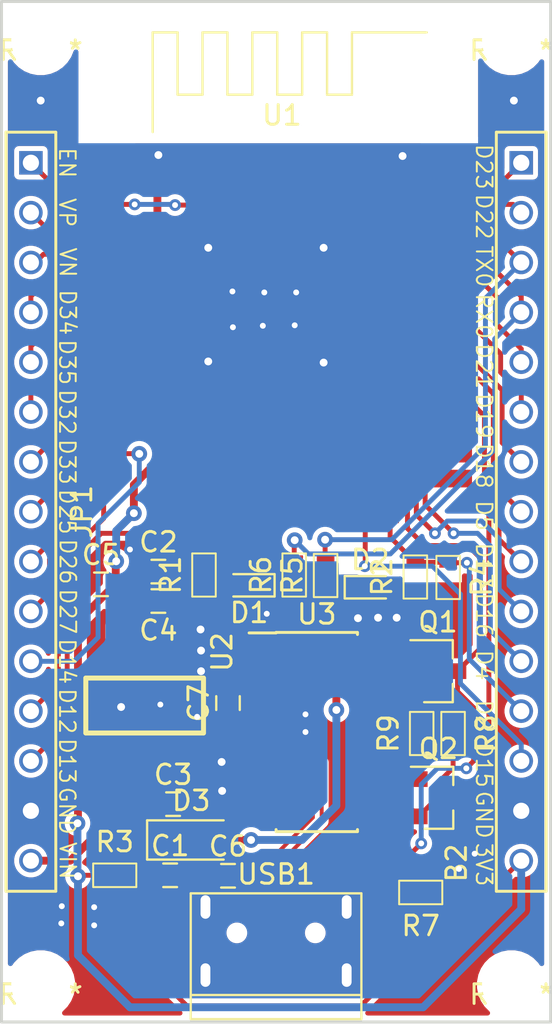
<source format=kicad_pcb>
(kicad_pcb (version 20171130) (host pcbnew "(5.1.9)-1")
  (layers (0 F.Cu signal) (31 B.Cu signal) (34 B.Paste user) (35 F.Paste user) (36 B.SilkS user) (37 F.SilkS user) (38 B.Mask user) (39 F.Mask user) (44 Edge.Cuts user))
  (net 0 "")
  (net 1 GND)
  (net 2 VIN)
  (net 3 +3V3)
  (net 4 /ESP32/TXD)
  (net 5 VBUS)
  (net 6 /ESP32/IO32)
  (net 7 /ESP32/IO35)
  (net 8 /ESP32/IO33)
  (net 9 /ESP32/IO36)
  (net 10 /ESP32/IO23)
  (net 11 /ESP32/IO19)
  (net 12 /ESP32/IO18)
  (net 13 /ESP32/IO5)
  (net 14 /ESP32/IO39)
  (net 15 /ESP32/IO34)
  (net 16 /ESP32/IO14)
  (net 17 /ESP32/RXD)
  (net 18 /ESP32/IO12)
  (net 19 /ESP32/IO16)
  (net 20 /ESP32/IO15)
  (net 21 /ESP32/IO26)
  (net 22 /ESP32/IO25)
  (net 23 "Net-(Q1-Pad1)")
  (net 24 /ESP32/IO0)
  (net 25 "Net-(Q2-Pad1)")
  (net 26 "Net-(USB1-Pad4)")
  (net 27 /ESP32/EN)
  (net 28 "Net-(C7-Pad1)")
  (net 29 "Net-(D1-Pad2)")
  (net 30 "Net-(D2-Pad2)")
  (net 31 /ESP32/IO13)
  (net 32 /ESP32/IO27)
  (net 33 /ESP32/IO3)
  (net 34 /ESP32/IO1)
  (net 35 /ESP32/IO22)
  (net 36 /ESP32/IO21)
  (net 37 /ESP32/IO2)
  (net 38 /ESP32/IO4)
  (net 39 /ESP32/IO17)
  (net 40 /ESP32/RTS)
  (net 41 /ESP32/DTR)
  (net 42 "Net-(U1-Pad32)")
  (net 43 "Net-(U1-Pad22)")
  (net 44 "Net-(U1-Pad21)")
  (net 45 "Net-(U1-Pad20)")
  (net 46 "Net-(U1-Pad19)")
  (net 47 "Net-(U1-Pad18)")
  (net 48 "Net-(U1-Pad17)")
  (net 49 "Net-(U3-Pad15)")
  (net 50 "Net-(U3-Pad12)")
  (net 51 "Net-(U3-Pad11)")
  (net 52 "Net-(U3-Pad10)")
  (net 53 "Net-(U3-Pad9)")
  (net 54 "Net-(U3-Pad8)")
  (net 55 "Net-(U3-Pad7)")
  (net 56 /ESP32/D-)
  (net 57 /ESP32/D+)
  (module msp:hole3mm (layer F.Cu) (at 199.9 113.9)
    (fp_text reference REF** (at 0 0.5) (layer F.SilkS))
    (fp_text value hole3mm)
    (pad "" np_thru_hole circle (at 0 0) (size 3 3) (drill 3) (layers *.Cu *.Mask))
  )
  (module msp:hole3mm (layer F.Cu) (at 175.9 113.9)
    (fp_text reference REF** (at 0 0.5) (layer F.SilkS))
    (fp_text value hole3mm)
    (pad "" np_thru_hole circle (at 0 0) (size 3 3) (drill 3) (layers *.Cu *.Mask))
  )
  (module msp:hole3mm (layer F.Cu) (at 199.9 65.8)
    (fp_text reference REF** (at 0 0.5) (layer F.SilkS))
    (fp_text value hole3mm)
    (pad "" np_thru_hole circle (at 0 0) (size 3 3) (drill 3) (layers *.Cu *.Mask))
  )
  (module msp:hole3mm (layer F.Cu) (at 175.9 65.8)
    (fp_text reference REF** (at 0 0.5) (layer F.SilkS))
    (fp_text value hole3mm)
    (pad "" np_thru_hole circle (at 0 0) (size 3 3) (drill 3) (layers *.Cu *.Mask))
  )
  (module USB:USB_Micro-B (layer F.Cu) (at 187.9 110.275)
    (fp_text reference USB1 (at 0 -2) (layer F.SilkS))
    (fp_text value Micro-B-USB)
    (pad "" np_thru_hole circle (at -2 0.985) (size 0.55 0.55) (drill 0.55) (layers *.Cu))
    (pad 6 thru_hole oval (at -3.6 -0.335) (size 0.8 1.5) (drill oval 0.5 1.2) (layers *.Cu *.Mask) (net 1 GND))
    (pad 5 smd rect (at 1.3 0 90) (size 1.6 0.35) (layers F.Cu F.Paste F.Mask) (net 1 GND))
    (pad 4 smd rect (at 0.65 0 90) (size 1.6 0.35) (layers F.Cu F.Paste F.Mask) (net 26 "Net-(USB1-Pad4)"))
    (pad 3 smd rect (at 0 0 90) (size 1.6 0.35) (layers F.Cu F.Paste F.Mask) (net 57 /ESP32/D+))
    (pad 2 smd rect (at -0.65 0 90) (size 1.6 0.35) (layers F.Cu F.Paste F.Mask) (net 56 /ESP32/D-))
    (pad 1 smd rect (at -1.3 0 90) (size 1.6 0.35) (layers F.Cu F.Paste F.Mask) (net 5 VBUS))
    (pad "" np_thru_hole circle (at 2 0.985) (size 0.55 0.55) (drill 0.55) (layers *.Cu))
    (pad 7 thru_hole oval (at 3.6 -0.335) (size 0.8 1.5) (drill oval 0.5 1.2) (layers *.Cu *.Mask) (net 1 GND))
    (pad 6 thru_hole oval (at -3.6 3.135) (size 0.8 1.5) (drill oval 0.5 1.2) (layers *.Cu *.Mask) (net 1 GND))
    (pad 7 thru_hole oval (at 3.6 3.135) (size 0.8 1.5) (drill oval 0.5 1.2) (layers *.Cu *.Mask) (net 1 GND))
  )
  (module SOIC:SOIC-16_3.9x9.9mm_Pitch1.27mm (layer F.Cu) (at 189.975 101.025)
    (fp_text reference U3 (at 0 -6) (layer F.SilkS))
    (fp_text value CH340C)
    (pad 16 smd rect (at 2.7 -4.445) (size 1.5 0.6) (layers F.Cu F.Paste F.Mask) (net 5 VBUS))
    (pad 15 smd rect (at 2.7 -3.175) (size 1.5 0.6) (layers F.Cu F.Paste F.Mask) (net 49 "Net-(U3-Pad15)"))
    (pad 14 smd rect (at 2.7 -1.905) (size 1.5 0.6) (layers F.Cu F.Paste F.Mask) (net 40 /ESP32/RTS))
    (pad 13 smd rect (at 2.7 -0.635) (size 1.5 0.6) (layers F.Cu F.Paste F.Mask) (net 41 /ESP32/DTR))
    (pad 12 smd rect (at 2.7 0.635) (size 1.5 0.6) (layers F.Cu F.Paste F.Mask) (net 50 "Net-(U3-Pad12)"))
    (pad 11 smd rect (at 2.7 1.905) (size 1.5 0.6) (layers F.Cu F.Paste F.Mask) (net 51 "Net-(U3-Pad11)"))
    (pad 10 smd rect (at 2.7 3.175) (size 1.5 0.6) (layers F.Cu F.Paste F.Mask) (net 52 "Net-(U3-Pad10)"))
    (pad 9 smd rect (at 2.7 4.445) (size 1.5 0.6) (layers F.Cu F.Paste F.Mask) (net 53 "Net-(U3-Pad9)"))
    (pad 8 smd rect (at -2.7 4.445) (size 1.5 0.6) (layers F.Cu F.Paste F.Mask) (net 54 "Net-(U3-Pad8)"))
    (pad 7 smd rect (at -2.7 3.175) (size 1.5 0.6) (layers F.Cu F.Paste F.Mask) (net 55 "Net-(U3-Pad7)"))
    (pad 6 smd rect (at -2.7 1.905) (size 1.5 0.6) (layers F.Cu F.Paste F.Mask) (net 56 /ESP32/D-))
    (pad 5 smd rect (at -2.7 0.635) (size 1.5 0.6) (layers F.Cu F.Paste F.Mask) (net 57 /ESP32/D+))
    (pad 4 smd rect (at -2.7 -0.635) (size 1.5 0.6) (layers F.Cu F.Paste F.Mask) (net 28 "Net-(C7-Pad1)"))
    (pad 3 smd rect (at -2.7 -1.905) (size 1.5 0.6) (layers F.Cu F.Paste F.Mask) (net 4 /ESP32/TXD))
    (pad 2 smd rect (at -2.7 -3.175) (size 1.5 0.6) (layers F.Cu F.Paste F.Mask) (net 17 /ESP32/RXD))
    (pad 1 smd rect (at -2.7 -4.445) (size 1.5 0.6) (layers F.Cu F.Paste F.Mask) (net 1 GND))
  )
  (module lc_lib:SOT-223 (layer F.Cu) (at 181.2 99.675 270)
    (fp_text reference U2 (at -2.725219 -3.949276 90) (layer F.SilkS))
    (fp_text value AMS1117-3.3)
    (pad 3 smd rect (at 3 -2.3 180) (size 1 2.2) (layers F.Cu F.Paste F.Mask) (net 2 VIN))
    (pad 2 smd rect (at -3 0 180) (size 3.5 2.2) (layers F.Cu F.Paste F.Mask) (net 3 +3V3))
    (pad 2 smd rect (at 3 0 180) (size 1 2.2) (layers F.Cu F.Paste F.Mask) (net 3 +3V3))
    (pad 1 smd rect (at 3 2.3 180) (size 1 2.2) (layers F.Cu F.Paste F.Mask) (net 1 GND))
  )
  (module msp:ESP32-WROOM-32 (layer F.Cu) (at 188 78.3)
    (fp_text reference U1 (at 0.2 -8.7 180) (layer F.SilkS))
    (fp_text value ESP32)
    (pad 39 smd custom (at -0.635 0.92) (size 5 5) (layers F.Cu F.Paste F.Mask) (net 1 GND) (options (clearance outline) (anchor rect)) (primitives))
    (pad 37 smd custom (at 8.89 -5.43) (size 2 0.9) (layers F.Cu F.Paste F.Mask) (net 10 /ESP32/IO23) (options (clearance outline) (anchor rect)) (primitives))
    (pad 36 smd custom (at 8.89 -4.16) (size 2 0.9) (layers F.Cu F.Paste F.Mask) (net 35 /ESP32/IO22) (options (clearance outline) (anchor rect)) (primitives))
    (pad 35 smd custom (at 8.89 -2.89) (size 2 0.9) (layers F.Cu F.Paste F.Mask) (net 34 /ESP32/IO1) (options (clearance outline) (anchor rect)) (primitives))
    (pad 34 smd custom (at 8.89 -1.62) (size 2 0.9) (layers F.Cu F.Paste F.Mask) (net 33 /ESP32/IO3) (options (clearance outline) (anchor rect)) (primitives))
    (pad 33 smd custom (at 8.89 -0.35) (size 2 0.9) (layers F.Cu F.Paste F.Mask) (net 36 /ESP32/IO21) (options (clearance outline) (anchor rect)) (primitives))
    (pad 32 smd custom (at 8.89 0.92) (size 2 0.9) (layers F.Cu F.Paste F.Mask) (net 42 "Net-(U1-Pad32)") (options (clearance outline) (anchor rect)) (primitives))
    (pad 31 smd custom (at 8.89 2.19) (size 2 0.9) (layers F.Cu F.Paste F.Mask) (net 11 /ESP32/IO19) (options (clearance outline) (anchor rect)) (primitives))
    (pad 30 smd custom (at 8.89 3.46) (size 2 0.9) (layers F.Cu F.Paste F.Mask) (net 12 /ESP32/IO18) (options (clearance outline) (anchor rect)) (primitives))
    (pad 29 smd custom (at 8.89 4.73) (size 2 0.9) (layers F.Cu F.Paste F.Mask) (net 13 /ESP32/IO5) (options (clearance outline) (anchor rect)) (primitives))
    (pad 28 smd custom (at 8.89 6) (size 2 0.9) (layers F.Cu F.Paste F.Mask) (net 39 /ESP32/IO17) (options (clearance outline) (anchor rect)) (primitives))
    (pad 27 smd custom (at 8.89 7.27) (size 2 0.9) (layers F.Cu F.Paste F.Mask) (net 19 /ESP32/IO16) (options (clearance outline) (anchor rect)) (primitives))
    (pad 26 smd custom (at 8.89 8.54) (size 2 0.9) (layers F.Cu F.Paste F.Mask) (net 38 /ESP32/IO4) (options (clearance outline) (anchor rect)) (primitives))
    (pad 25 smd custom (at 8.89 9.81) (size 2 0.9) (layers F.Cu F.Paste F.Mask) (net 24 /ESP32/IO0) (options (clearance outline) (anchor rect)) (primitives))
    (pad 24 smd custom (at 5.715 11.08 270) (size 2 0.9) (layers F.Cu F.Paste F.Mask) (net 37 /ESP32/IO2) (options (clearance outline) (anchor rect)) (primitives))
    (pad 23 smd custom (at 4.445 11.08 270) (size 2 0.9) (layers F.Cu F.Paste F.Mask) (net 20 /ESP32/IO15) (options (clearance outline) (anchor rect)) (primitives))
    (pad 22 smd custom (at 3.175 11.08 270) (size 2 0.9) (layers F.Cu F.Paste F.Mask) (net 43 "Net-(U1-Pad22)") (options (clearance outline) (anchor rect)) (primitives))
    (pad 21 smd custom (at 1.905 11.08 270) (size 2 0.9) (layers F.Cu F.Paste F.Mask) (net 44 "Net-(U1-Pad21)") (options (clearance outline) (anchor rect)) (primitives))
    (pad 20 smd custom (at 0.635 11.08 270) (size 2 0.9) (layers F.Cu F.Paste F.Mask) (net 45 "Net-(U1-Pad20)") (options (clearance outline) (anchor rect)) (primitives))
    (pad 19 smd custom (at -0.635 11.08 270) (size 2 0.9) (layers F.Cu F.Paste F.Mask) (net 46 "Net-(U1-Pad19)") (options (clearance outline) (anchor rect)) (primitives))
    (pad 18 smd custom (at -1.905 11.08 270) (size 2 0.9) (layers F.Cu F.Paste F.Mask) (net 47 "Net-(U1-Pad18)") (options (clearance outline) (anchor rect)) (primitives))
    (pad 17 smd custom (at -3.175 11.08 270) (size 2 0.9) (layers F.Cu F.Paste F.Mask) (net 48 "Net-(U1-Pad17)") (options (clearance outline) (anchor rect)) (primitives))
    (pad 16 smd custom (at -4.445 11.08 270) (size 2 0.9) (layers F.Cu F.Paste F.Mask) (net 31 /ESP32/IO13) (options (clearance outline) (anchor rect)) (primitives))
    (pad 38 smd custom (at 8.89 -6.7 180) (size 2 0.9) (layers F.Cu F.Paste F.Mask) (net 1 GND) (options (clearance outline) (anchor rect)) (primitives))
    (pad 15 smd custom (at -5.715 11.08 90) (size 2 0.9) (layers F.Cu F.Paste F.Mask) (net 1 GND) (options (clearance outline) (anchor rect)) (primitives))
    (pad 14 smd custom (at -8.89 9.81) (size 2 0.9) (layers F.Cu F.Paste F.Mask) (net 18 /ESP32/IO12) (options (clearance outline) (anchor rect)) (primitives))
    (pad 13 smd custom (at -8.89 8.54) (size 2 0.9) (layers F.Cu F.Paste F.Mask) (net 16 /ESP32/IO14) (options (clearance outline) (anchor rect)) (primitives))
    (pad 12 smd custom (at -8.89 7.27) (size 2 0.9) (layers F.Cu F.Paste F.Mask) (net 32 /ESP32/IO27) (options (clearance outline) (anchor rect)) (primitives))
    (pad 11 smd custom (at -8.89 6) (size 2 0.9) (layers F.Cu F.Paste F.Mask) (net 21 /ESP32/IO26) (options (clearance outline) (anchor rect)) (primitives))
    (pad 10 smd custom (at -8.89 4.73) (size 2 0.9) (layers F.Cu F.Paste F.Mask) (net 22 /ESP32/IO25) (options (clearance outline) (anchor rect)) (primitives))
    (pad 9 smd custom (at -8.89 3.46) (size 2 0.9) (layers F.Cu F.Paste F.Mask) (net 8 /ESP32/IO33) (options (clearance outline) (anchor rect)) (primitives))
    (pad 8 smd custom (at -8.89 2.19) (size 2 0.9) (layers F.Cu F.Paste F.Mask) (net 6 /ESP32/IO32) (options (clearance outline) (anchor rect)) (primitives))
    (pad 7 smd custom (at -8.89 0.92) (size 2 0.9) (layers F.Cu F.Paste F.Mask) (net 7 /ESP32/IO35) (options (clearance outline) (anchor rect)) (primitives))
    (pad 6 smd custom (at -8.89 -0.35) (size 2 0.9) (layers F.Cu F.Paste F.Mask) (net 15 /ESP32/IO34) (options (clearance outline) (anchor rect)) (primitives))
    (pad 5 smd custom (at -8.89 -1.62) (size 2 0.9) (layers F.Cu F.Paste F.Mask) (net 14 /ESP32/IO39) (options (clearance outline) (anchor rect)) (primitives))
    (pad 4 smd custom (at -8.89 -2.89) (size 2 0.9) (layers F.Cu F.Paste F.Mask) (net 9 /ESP32/IO36) (options (clearance outline) (anchor rect)) (primitives))
    (pad 3 smd custom (at -8.89 -4.16) (size 2 0.9) (layers F.Cu F.Paste F.Mask) (net 27 /ESP32/EN) (options (clearance outline) (anchor rect)) (primitives))
    (pad 2 smd custom (at -8.89 -5.43) (size 2 0.9) (layers F.Cu F.Paste F.Mask) (net 3 +3V3) (options (clearance outline) (anchor rect)) (primitives))
    (pad 1 smd custom (at -8.89 -6.7) (size 2 0.9) (layers F.Cu F.Paste F.Mask) (net 1 GND) (options (clearance outline) (anchor rect)) (primitives))
  )
  (module SMD:R_0603 (layer F.Cu) (at 195.325 101.1 90)
    (fp_text reference R9 (at 0 -1.7 90) (layer F.SilkS))
    (fp_text value 10k)
    (pad 2 smd rect (at 0.75 0 90) (size 0.5 0.9) (layers F.Cu F.Paste F.Mask) (net 40 /ESP32/RTS))
    (pad 1 smd rect (at -0.75 0 90) (size 0.5 0.9) (layers F.Cu F.Paste F.Mask) (net 25 "Net-(Q2-Pad1)"))
  )
  (module SMD:R_0603 (layer F.Cu) (at 196.925 101.1 270)
    (fp_text reference R8 (at 0 -1.7 90) (layer F.SilkS))
    (fp_text value 10k)
    (pad 2 smd rect (at 0.75 0 270) (size 0.5 0.9) (layers F.Cu F.Paste F.Mask) (net 41 /ESP32/DTR))
    (pad 1 smd rect (at -0.75 0 270) (size 0.5 0.9) (layers F.Cu F.Paste F.Mask) (net 23 "Net-(Q1-Pad1)"))
  )
  (module SMD:R_0603 (layer F.Cu) (at 195.275 109.2 180)
    (fp_text reference R7 (at 0 -1.7) (layer F.SilkS))
    (fp_text value 10K)
    (pad 2 smd rect (at 0.75 0 180) (size 0.5 0.9) (layers F.Cu F.Paste F.Mask) (net 24 /ESP32/IO0))
    (pad 1 smd rect (at -0.75 0 180) (size 0.5 0.9) (layers F.Cu F.Paste F.Mask) (net 3 +3V3))
  )
  (module SMD:R_0603 (layer F.Cu) (at 188.825 93.025 90)
    (fp_text reference R6 (at 0 -1.7 90) (layer F.SilkS))
    (fp_text value 1K)
    (pad 2 smd rect (at 0.75 0 90) (size 0.5 0.9) (layers F.Cu F.Paste F.Mask) (net 33 /ESP32/IO3))
    (pad 1 smd rect (at -0.75 0 90) (size 0.5 0.9) (layers F.Cu F.Paste F.Mask) (net 17 /ESP32/RXD))
  )
  (module SMD:R_0603 (layer F.Cu) (at 190.425 93.05 90)
    (fp_text reference R5 (at 0 -1.7 90) (layer F.SilkS))
    (fp_text value 1K)
    (pad 2 smd rect (at 0.75 0 90) (size 0.5 0.9) (layers F.Cu F.Paste F.Mask) (net 34 /ESP32/IO1))
    (pad 1 smd rect (at -0.75 0 90) (size 0.5 0.9) (layers F.Cu F.Paste F.Mask) (net 4 /ESP32/TXD))
  )
  (module SMD:R_0603 (layer F.Cu) (at 196.675 93.15 270)
    (fp_text reference R4 (at 0 -1.7 90) (layer F.SilkS))
    (fp_text value 10K)
    (pad 2 smd rect (at 0.75 0 270) (size 0.5 0.9) (layers F.Cu F.Paste F.Mask) (net 1 GND))
    (pad 1 smd rect (at -0.75 0 270) (size 0.5 0.9) (layers F.Cu F.Paste F.Mask) (net 37 /ESP32/IO2))
  )
  (module SMD:R_0603 (layer F.Cu) (at 179.675 108.325)
    (fp_text reference R3 (at 0 -1.7) (layer F.SilkS))
    (fp_text value 10K)
    (pad 2 smd rect (at 0.75 0) (size 0.5 0.9) (layers F.Cu F.Paste F.Mask) (net 27 /ESP32/EN))
    (pad 1 smd rect (at -0.75 0) (size 0.5 0.9) (layers F.Cu F.Paste F.Mask) (net 3 +3V3))
  )
  (module SMD:R_0603 (layer F.Cu) (at 195 93.125 90)
    (fp_text reference R2 (at 0 -1.7 90) (layer F.SilkS))
    (fp_text value 1K)
    (pad 2 smd rect (at 0.75 0 90) (size 0.5 0.9) (layers F.Cu F.Paste F.Mask) (net 37 /ESP32/IO2))
    (pad 1 smd rect (at -0.75 0 90) (size 0.5 0.9) (layers F.Cu F.Paste F.Mask) (net 30 "Net-(D2-Pad2)"))
  )
  (module SMD:R_0603 (layer F.Cu) (at 184.225 93.025 90)
    (fp_text reference R1 (at 0 -1.7 90) (layer F.SilkS))
    (fp_text value 1K)
    (pad 2 smd rect (at 0.75 0 90) (size 0.5 0.9) (layers F.Cu F.Paste F.Mask) (net 3 +3V3))
    (pad 1 smd rect (at -0.75 0 90) (size 0.5 0.9) (layers F.Cu F.Paste F.Mask) (net 29 "Net-(D1-Pad2)"))
  )
  (module SOT:SOT-23 (layer F.Cu) (at 196.175 104.375)
    (fp_text reference Q2 (at 0 -2.5) (layer F.SilkS))
    (fp_text value S8050)
    (pad 3 smd rect (at 1 0) (size 0.9 0.8) (layers F.Cu F.Paste F.Mask) (net 24 /ESP32/IO0))
    (pad 2 smd rect (at -1 0.95) (size 0.9 0.8) (layers F.Cu F.Paste F.Mask) (net 41 /ESP32/DTR))
    (pad 1 smd rect (at -1 -0.95) (size 0.9 0.8) (layers F.Cu F.Paste F.Mask) (net 25 "Net-(Q2-Pad1)"))
  )
  (module SOT:SOT-23 (layer F.Cu) (at 196.15 97.925)
    (fp_text reference Q1 (at 0 -2.5) (layer F.SilkS))
    (fp_text value S8050)
    (pad 3 smd rect (at 1 0) (size 0.9 0.8) (layers F.Cu F.Paste F.Mask) (net 27 /ESP32/EN))
    (pad 2 smd rect (at -1 0.95) (size 0.9 0.8) (layers F.Cu F.Paste F.Mask) (net 40 /ESP32/RTS))
    (pad 1 smd rect (at -1 -0.95) (size 0.9 0.8) (layers F.Cu F.Paste F.Mask) (net 23 "Net-(Q1-Pad1)"))
  )
  (module DIP:DIP-1.5Hole-2.54mm-Pitch-15P (layer F.Cu) (at 200.4 89.8 270)
    (fp_text reference JP2 (at 0 -2.6 90) (layer F.SilkS))
    (fp_text value JACK_PIN15)
    (pad 4 thru_hole circle (at -10.16 0 270) (size 1.2 1.2) (drill 0.825) (layers *.Cu *.Mask) (net 33 /ESP32/IO3))
    (pad 3 thru_hole circle (at -12.7 0 270) (size 1.2 1.2) (drill 0.825) (layers *.Cu *.Mask) (net 34 /ESP32/IO1))
    (pad 2 thru_hole circle (at -15.24 0 270) (size 1.2 1.2) (drill 0.825) (layers *.Cu *.Mask) (net 35 /ESP32/IO22))
    (pad 1 thru_hole rect (at -17.78 0 270) (size 1.2 1.2) (drill 0.825) (layers *.Cu *.Mask) (net 10 /ESP32/IO23))
    (pad 5 thru_hole circle (at -7.62 0 270) (size 1.2 1.2) (drill 0.825) (layers *.Cu *.Mask) (net 36 /ESP32/IO21))
    (pad 6 thru_hole circle (at -5.08 0 270) (size 1.2 1.2) (drill 0.825) (layers *.Cu *.Mask) (net 11 /ESP32/IO19))
    (pad 7 thru_hole circle (at -2.54 0 270) (size 1.2 1.2) (drill 0.825) (layers *.Cu *.Mask) (net 12 /ESP32/IO18))
    (pad 8 thru_hole circle (at 0 0 270) (size 1.2 1.2) (drill 0.85) (layers *.Cu *.Mask) (net 13 /ESP32/IO5))
    (pad 14 thru_hole circle (at 15.24 0 270) (size 1.2 1.2) (drill 0.825) (layers *.Cu *.Mask) (net 1 GND))
    (pad 13 thru_hole circle (at 12.7 0 270) (size 1.2 1.2) (drill 0.825) (layers *.Cu *.Mask) (net 20 /ESP32/IO15))
    (pad 12 thru_hole circle (at 10.16 0 270) (size 1.2 1.2) (drill 0.825) (layers *.Cu *.Mask) (net 37 /ESP32/IO2))
    (pad 11 thru_hole circle (at 7.62 0 270) (size 1.2 1.2) (drill 0.825) (layers *.Cu *.Mask) (net 38 /ESP32/IO4))
    (pad 9 thru_hole circle (at 2.54 0 270) (size 1.2 1.2) (drill 0.825) (layers *.Cu *.Mask) (net 39 /ESP32/IO17))
    (pad 10 thru_hole circle (at 5.08 0 270) (size 1.2 1.2) (drill 0.825) (layers *.Cu *.Mask) (net 19 /ESP32/IO16))
    (pad 15 thru_hole circle (at 17.78 0 270) (size 1.2 1.2) (drill 0.825) (layers *.Cu *.Mask) (net 3 +3V3))
  )
  (module DIP:DIP-1.5Hole-2.54mm-Pitch-15P (layer F.Cu) (at 175.4 89.8 270)
    (fp_text reference JP1 (at 0 -2.6 90) (layer F.SilkS))
    (fp_text value JACK_PIN15)
    (pad 4 thru_hole circle (at -10.16 0 270) (size 1.2 1.2) (drill 0.825) (layers *.Cu *.Mask) (net 15 /ESP32/IO34))
    (pad 3 thru_hole circle (at -12.7 0 270) (size 1.2 1.2) (drill 0.825) (layers *.Cu *.Mask) (net 14 /ESP32/IO39))
    (pad 2 thru_hole circle (at -15.24 0 270) (size 1.2 1.2) (drill 0.825) (layers *.Cu *.Mask) (net 9 /ESP32/IO36))
    (pad 1 thru_hole rect (at -17.78 0 270) (size 1.2 1.2) (drill 0.825) (layers *.Cu *.Mask) (net 27 /ESP32/EN))
    (pad 5 thru_hole circle (at -7.62 0 270) (size 1.2 1.2) (drill 0.825) (layers *.Cu *.Mask) (net 7 /ESP32/IO35))
    (pad 6 thru_hole circle (at -5.08 0 270) (size 1.2 1.2) (drill 0.825) (layers *.Cu *.Mask) (net 6 /ESP32/IO32))
    (pad 7 thru_hole circle (at -2.54 0 270) (size 1.2 1.2) (drill 0.825) (layers *.Cu *.Mask) (net 8 /ESP32/IO33))
    (pad 8 thru_hole circle (at 0 0 270) (size 1.2 1.2) (drill 0.85) (layers *.Cu *.Mask) (net 22 /ESP32/IO25))
    (pad 14 thru_hole circle (at 15.24 0 270) (size 1.2 1.2) (drill 0.825) (layers *.Cu *.Mask) (net 1 GND))
    (pad 13 thru_hole circle (at 12.7 0 270) (size 1.2 1.2) (drill 0.825) (layers *.Cu *.Mask) (net 31 /ESP32/IO13))
    (pad 12 thru_hole circle (at 10.16 0 270) (size 1.2 1.2) (drill 0.825) (layers *.Cu *.Mask) (net 18 /ESP32/IO12))
    (pad 11 thru_hole circle (at 7.62 0 270) (size 1.2 1.2) (drill 0.825) (layers *.Cu *.Mask) (net 16 /ESP32/IO14))
    (pad 9 thru_hole circle (at 2.54 0 270) (size 1.2 1.2) (drill 0.825) (layers *.Cu *.Mask) (net 21 /ESP32/IO26))
    (pad 10 thru_hole circle (at 5.08 0 270) (size 1.2 1.2) (drill 0.825) (layers *.Cu *.Mask) (net 32 /ESP32/IO27))
    (pad 15 thru_hole circle (at 17.78 0 270) (size 1.2 1.2) (drill 0.825) (layers *.Cu *.Mask) (net 2 VIN))
  )
  (module SMD:D_SOD-123 (layer F.Cu) (at 183.575 106.525)
    (fp_text reference D3 (at 0 -2) (layer F.SilkS))
    (fp_text value S4)
    (pad 2 smd rect (at 1.65 0) (size 0.9 1.2) (layers F.Cu F.Paste F.Mask) (net 5 VBUS))
    (pad 1 smd rect (at -1.65 0) (size 0.9 1.2) (layers F.Cu F.Paste F.Mask) (net 2 VIN))
  )
  (module SMD:D_0603 (layer F.Cu) (at 192.7 93.65)
    (fp_text reference D2 (at 0 -1.4) (layer F.SilkS))
    (fp_text value LED)
    (pad 2 smd rect (at 0.85 0) (size 0.6 0.8) (layers F.Cu F.Paste F.Mask) (net 30 "Net-(D2-Pad2)"))
    (pad 1 smd rect (at -0.85 0) (size 0.6 0.8) (layers F.Cu F.Paste F.Mask) (net 1 GND))
  )
  (module SMD:D_0603 (layer F.Cu) (at 186.525 93.55 180)
    (fp_text reference D1 (at 0 -1.4) (layer F.SilkS))
    (fp_text value LED)
    (pad 2 smd rect (at 0.85 0 180) (size 0.6 0.8) (layers F.Cu F.Paste F.Mask) (net 29 "Net-(D1-Pad2)"))
    (pad 1 smd rect (at -0.85 0 180) (size 0.6 0.8) (layers F.Cu F.Paste F.Mask) (net 1 GND))
  )
  (module SMD:C_0603 (layer F.Cu) (at 185.45 99.55 90)
    (fp_text reference C7 (at 0 -1.5 90) (layer F.SilkS))
    (fp_text value 0.1UF)
    (pad 1 smd rect (at -0.75 0 90) (size 0.8 0.75) (layers F.Cu F.Paste F.Mask) (net 28 "Net-(C7-Pad1)"))
    (pad 2 smd rect (at 0.75 0 90) (size 0.8 0.75) (layers F.Cu F.Paste F.Mask) (net 1 GND))
  )
  (module SMD:C_0603 (layer F.Cu) (at 185.45 108.35)
    (fp_text reference C6 (at 0 -1.5) (layer F.SilkS))
    (fp_text value 0.1UF)
    (pad 1 smd rect (at -0.75 0) (size 0.8 0.75) (layers F.Cu F.Paste F.Mask) (net 1 GND))
    (pad 2 smd rect (at 0.75 0) (size 0.8 0.75) (layers F.Cu F.Paste F.Mask) (net 5 VBUS))
  )
  (module SMD:C_0603 (layer F.Cu) (at 178.975 93.5)
    (fp_text reference C5 (at 0 -1.5) (layer F.SilkS))
    (fp_text value 0.1uF)
    (pad 1 smd rect (at -0.75 0) (size 0.8 0.75) (layers F.Cu F.Paste F.Mask) (net 1 GND))
    (pad 2 smd rect (at 0.75 0) (size 0.8 0.75) (layers F.Cu F.Paste F.Mask) (net 3 +3V3))
  )
  (module SMD:C_0603 (layer F.Cu) (at 181.9 94.35 180)
    (fp_text reference C4 (at 0 -1.5) (layer F.SilkS))
    (fp_text value 10uF)
    (pad 1 smd rect (at -0.75 0 180) (size 0.8 0.75) (layers F.Cu F.Paste F.Mask) (net 1 GND))
    (pad 2 smd rect (at 0.75 0 180) (size 0.8 0.75) (layers F.Cu F.Paste F.Mask) (net 3 +3V3))
  )
  (module SMD:C_0603 (layer F.Cu) (at 182.65 104.7)
    (fp_text reference C3 (at 0 -1.5) (layer F.SilkS))
    (fp_text value 10uF)
    (pad 1 smd rect (at -0.75 0) (size 0.8 0.75) (layers F.Cu F.Paste F.Mask) (net 1 GND))
    (pad 2 smd rect (at 0.75 0) (size 0.8 0.75) (layers F.Cu F.Paste F.Mask) (net 2 VIN))
  )
  (module SMD:C_0603 (layer F.Cu) (at 181.9 92.85)
    (fp_text reference C2 (at 0 -1.5) (layer F.SilkS))
    (fp_text value 0.1uF)
    (pad 1 smd rect (at -0.75 0) (size 0.8 0.75) (layers F.Cu F.Paste F.Mask) (net 3 +3V3))
    (pad 2 smd rect (at 0.75 0) (size 0.8 0.75) (layers F.Cu F.Paste F.Mask) (net 1 GND))
  )
  (module SMD:C_0603 (layer F.Cu) (at 182.5 108.325)
    (fp_text reference C1 (at 0 -1.5) (layer F.SilkS))
    (fp_text value 10uf)
    (pad 1 smd rect (at -0.75 0) (size 0.8 0.75) (layers F.Cu F.Paste F.Mask) (net 27 /ESP32/EN))
    (pad 2 smd rect (at 0.75 0) (size 0.8 0.75) (layers F.Cu F.Paste F.Mask) (net 1 GND))
  )
  (module msp:buttton-2P (layer F.Cu) (at 194.9 112.9 270)
    (fp_text reference B2 (at -5.2 -2.2 90) (layer F.SilkS))
    (fp_text value Button_2)
    (pad 1 smd rect (at -1.75 0 270) (size 1.2 1.5) (layers F.Cu F.Paste F.Mask) (net 24 /ESP32/IO0))
    (pad 2 smd rect (at 1.75 0 270) (size 1.2 1.5) (layers F.Cu F.Paste F.Mask) (net 1 GND))
  )
  (module msp:buttton-2P (layer F.Cu) (at 180.9 113 90)
    (fp_text reference B1 (at -5.2 -2.2 90) (layer F.SilkS))
    (fp_text value Button_2)
    (pad 1 smd rect (at -1.75 0 90) (size 1.2 1.5) (layers F.Cu F.Paste F.Mask) (net 1 GND))
    (pad 2 smd rect (at 1.75 0 90) (size 1.2 1.5) (layers F.Cu F.Paste F.Mask) (net 27 /ESP32/EN))
  )
  (gr_text D23 (at 198.5 72.22 -90) (layer F.SilkS) (effects (font (size 0.8 0.8) (thickness 0.1))))
  (gr_text D22 (at 198.5 74.76 -90) (layer F.SilkS) (effects (font (size 0.8 0.8) (thickness 0.1))))
  (gr_text D19 (at 198.5 84.92 -90) (layer F.SilkS) (effects (font (size 0.8 0.8) (thickness 0.1))))
  (gr_text RX0 (at 198.5 79.84 -90) (layer F.SilkS) (effects (font (size 0.8 0.8) (thickness 0.1))))
  (gr_text 3V3 (at 198.5 107.78 -90) (layer F.SilkS) (effects (font (size 0.8 0.8) (thickness 0.1))))
  (gr_text D21 (at 198.5 82.38 -90) (layer F.SilkS) (effects (font (size 0.8 0.8) (thickness 0.1))))
  (gr_text D16 (at 198.5 95.08 -90) (layer F.SilkS) (effects (font (size 0.8 0.8) (thickness 0.1))))
  (gr_text D4 (at 198.5 97.62 -90) (layer F.SilkS) (effects (font (size 0.8 0.8) (thickness 0.1))))
  (gr_text D15 (at 198.5 102.7 -90) (layer F.SilkS) (effects (font (size 0.8 0.8) (thickness 0.1))))
  (gr_text D17 (at 198.5 92.54 -90) (layer F.SilkS) (effects (font (size 0.8 0.8) (thickness 0.1))))
  (gr_text D18 (at 198.5 87.46 -90) (layer F.SilkS) (effects (font (size 0.8 0.8) (thickness 0.1))))
  (gr_text D5 (at 198.5 90 -90) (layer F.SilkS) (effects (font (size 0.8 0.8) (thickness 0.1))))
  (gr_text TX0 (at 198.5 77.3 -90) (layer F.SilkS) (effects (font (size 0.8 0.8) (thickness 0.1))))
  (gr_text D2 (at 198.5 100.16 -90) (layer F.SilkS) (effects (font (size 0.8 0.8) (thickness 0.1))))
  (gr_text GND (at 198.5 105.24 -90) (layer F.SilkS) (effects (font (size 0.8 0.8) (thickness 0.1))))
  (gr_text D13 (at 177.25 102.5 -90) (layer F.SilkS) (effects (font (size 0.8 0.8) (thickness 0.1))))
  (gr_text GND (at 177.25 105.04 -90) (layer F.SilkS) (effects (font (size 0.8 0.8) (thickness 0.1))))
  (gr_text VIN (at 177.275 107.58 -90) (layer F.SilkS) (effects (font (size 0.8 0.8) (thickness 0.1))))
  (gr_text D33 (at 177.25 87.26 -90) (layer F.SilkS) (effects (font (size 0.8 0.8) (thickness 0.1))))
  (gr_text D25 (at 177.25 89.8 -90) (layer F.SilkS) (effects (font (size 0.8 0.8) (thickness 0.1))))
  (gr_text D12 (at 177.25 99.96 -90) (layer F.SilkS) (effects (font (size 0.8 0.8) (thickness 0.1))))
  (gr_text D27 (at 177.275 94.88 -90) (layer F.SilkS) (effects (font (size 0.8 0.8) (thickness 0.1))))
  (gr_text D14 (at 177.25 97.42 -90) (layer F.SilkS) (effects (font (size 0.8 0.8) (thickness 0.1))))
  (gr_text D26 (at 177.275 92.34 -90) (layer F.SilkS) (effects (font (size 0.8 0.8) (thickness 0.1))))
  (gr_text D35 (at 177.25 82.18 -90) (layer F.SilkS) (effects (font (size 0.8 0.8) (thickness 0.1))))
  (gr_text D32 (at 177.25 84.72 -90) (layer F.SilkS) (effects (font (size 0.8 0.8) (thickness 0.1))))
  (gr_text VN (at 177.275 77.1 -90) (layer F.SilkS) (effects (font (size 0.8 0.8) (thickness 0.1))))
  (gr_text D34 (at 177.275 79.64 -90) (layer F.SilkS) (effects (font (size 0.8 0.8) (thickness 0.1))))
  (gr_text VP (at 177.25 74.56 -90) (layer F.SilkS) (effects (font (size 0.8 0.8) (thickness 0.1))))
  (gr_text EN (at 177.25 72.02 -90) (layer F.SilkS) (effects (font (size 0.8 0.8) (thickness 0.1))))
  (gr_line (start 173.9 115.8) (end 173.9 63.8) (layer Edge.Cuts) (width 0.15))
  (gr_line (start 201.9 115.8) (end 173.9 115.8) (layer Edge.Cuts) (width 0.15))
  (gr_line (start 201.9 63.8) (end 201.9 115.8) (layer Edge.Cuts) (width 0.15))
  (gr_line (start 173.9 63.8) (end 201.9 63.8) (layer Edge.Cuts) (width 0.15))
  (via (at 188.85 80.3) (size 0.6) (drill 0.3) (layers F.Cu B.Cu) (net 1))
  (via (at 187.225 80.325) (size 0.6) (drill 0.3) (layers F.Cu B.Cu) (net 1))
  (via (at 185.7 80.4) (size 0.6) (drill 0.3) (layers F.Cu B.Cu) (net 1))
  (via (at 188.925 78.625) (size 0.6) (drill 0.3) (layers F.Cu B.Cu) (net 1))
  (via (at 187.3 78.625) (size 0.6) (drill 0.3) (layers F.Cu B.Cu) (net 1))
  (via (at 185.675 78.575) (size 0.6) (drill 0.3) (layers F.Cu B.Cu) (net 1))
  (segment (start 182.285 89.38) (end 182.285 88.165) (width 0.4) (layer F.Cu) (net 1))
  (segment (start 182.285 88.165) (end 183.625 86.825) (width 0.4) (layer F.Cu) (net 1))
  (via (at 184.05 95.8) (size 0.8) (drill 0.4) (layers F.Cu B.Cu) (net 1))
  (segment (start 182.65 94.4) (end 184.05 95.8) (width 0.4) (layer F.Cu) (net 1))
  (segment (start 182.65 94.35) (end 182.65 94.4) (width 0.4) (layer F.Cu) (net 1))
  (via (at 181.9 71.625) (size 0.8) (drill 0.4) (layers F.Cu B.Cu) (net 1))
  (segment (start 181.875 71.6) (end 181.9 71.625) (width 0.4) (layer F.Cu) (net 1))
  (segment (start 179.11 71.6) (end 181.875 71.6) (width 0.4) (layer F.Cu) (net 1))
  (segment (start 183.625 82.96) (end 184.4425 82.1425) (width 0.4) (layer F.Cu) (net 1))
  (segment (start 183.625 86.825) (end 183.625 82.96) (width 0.4) (layer F.Cu) (net 1))
  (via (at 189.4 100.125) (size 0.6) (drill 0.3) (layers F.Cu B.Cu) (net 1))
  (via (at 189.4 101.025) (size 0.6) (drill 0.3) (layers F.Cu B.Cu) (net 1))
  (via (at 197.225 108) (size 0.6) (drill 0.3) (layers F.Cu B.Cu) (net 1))
  (via (at 198.025 107.225) (size 0.6) (drill 0.3) (layers F.Cu B.Cu) (net 1))
  (via (at 185.125 102.55) (size 0.8) (drill 0.4) (layers F.Cu B.Cu) (net 1))
  (via (at 185.15 104.025) (size 0.8) (drill 0.4) (layers F.Cu B.Cu) (net 1))
  (via (at 180.45 91.725) (size 0.6) (drill 0.3) (layers F.Cu B.Cu) (net 1))
  (via (at 192.075 95.225) (size 0.8) (drill 0.4) (layers F.Cu B.Cu) (net 1))
  (via (at 193.1 95.2) (size 0.8) (drill 0.4) (layers F.Cu B.Cu) (net 1))
  (via (at 194.05 95.2) (size 0.8) (drill 0.4) (layers F.Cu B.Cu) (net 1))
  (via (at 187.425 95) (size 0.6) (drill 0.3) (layers F.Cu B.Cu) (net 1))
  (via (at 180 99.75) (size 0.8) (drill 0.4) (layers F.Cu B.Cu) (net 1))
  (via (at 182 99.625) (size 0.6) (drill 0.3) (layers F.Cu B.Cu) (net 1))
  (via (at 183.875 100.25) (size 0.6) (drill 0.3) (layers F.Cu B.Cu) (net 1))
  (via (at 184.075 96.875) (size 0.8) (drill 0.4) (layers F.Cu B.Cu) (net 1))
  (via (at 184.075 97.925) (size 0.8) (drill 0.4) (layers F.Cu B.Cu) (net 1))
  (via (at 194.35 71.675) (size 0.8) (drill 0.4) (layers F.Cu B.Cu) (net 1))
  (segment (start 196.89 71.6) (end 194.425 71.6) (width 0.4) (layer F.Cu) (net 1))
  (segment (start 194.425 71.6) (end 194.35 71.675) (width 0.4) (layer F.Cu) (net 1))
  (via (at 200.025 68.85) (size 0.8) (drill 0.4) (layers F.Cu B.Cu) (net 1))
  (via (at 175.9 68.85) (size 0.8) (drill 0.4) (layers F.Cu B.Cu) (net 1))
  (segment (start 184.4425 82.1425) (end 187.365 79.22) (width 0.4) (layer F.Cu) (net 1))
  (via (at 184.4425 82.1425) (size 0.8) (drill 0.4) (layers F.Cu B.Cu) (net 1))
  (via (at 190.325 82.2) (size 0.8) (drill 0.4) (layers F.Cu B.Cu) (net 1))
  (via (at 184.4425 76.35) (size 0.8) (drill 0.4) (layers F.Cu B.Cu) (net 1))
  (via (at 190.325 76.35) (size 0.8) (drill 0.4) (layers F.Cu B.Cu) (net 1))
  (segment (start 187.3125 79.22) (end 187.365 79.22) (width 0.4) (layer F.Cu) (net 1))
  (segment (start 184.4425 76.35) (end 187.3125 79.22) (width 0.4) (layer F.Cu) (net 1))
  (segment (start 187.455 79.22) (end 187.365 79.22) (width 0.4) (layer F.Cu) (net 1))
  (segment (start 190.325 76.35) (end 187.455 79.22) (width 0.4) (layer F.Cu) (net 1))
  (segment (start 187.365 79.24) (end 190.325 82.2) (width 0.4) (layer F.Cu) (net 1))
  (segment (start 187.365 79.22) (end 187.365 79.24) (width 0.4) (layer F.Cu) (net 1))
  (via (at 178.625 109.95) (size 0.6) (drill 0.3) (layers F.Cu B.Cu) (net 1))
  (via (at 178.625 110.875) (size 0.6) (drill 0.3) (layers F.Cu B.Cu) (net 1))
  (via (at 176.975 109.9) (size 0.6) (drill 0.3) (layers F.Cu B.Cu) (net 1))
  (via (at 176.95 110.775) (size 0.6) (drill 0.3) (layers F.Cu B.Cu) (net 1))
  (segment (start 183.5 104.6) (end 183.4 104.7) (width 0.4) (layer F.Cu) (net 2))
  (segment (start 183.5 102.675) (end 183.5 104.6) (width 0.4) (layer F.Cu) (net 2))
  (segment (start 181.925 106.525) (end 183.025 106.525) (width 0.4) (layer F.Cu) (net 2))
  (segment (start 183.4 106.15) (end 183.4 104.7) (width 0.4) (layer F.Cu) (net 2))
  (segment (start 183.025 106.525) (end 183.4 106.15) (width 0.4) (layer F.Cu) (net 2))
  (segment (start 177.404004 107.58) (end 178.459004 106.525) (width 0.4) (layer F.Cu) (net 2))
  (segment (start 175.4 107.58) (end 177.404004 107.58) (width 0.4) (layer F.Cu) (net 2))
  (segment (start 178.459004 106.525) (end 181.925 106.525) (width 0.4) (layer F.Cu) (net 2))
  (segment (start 180.775 96.675) (end 181.2 96.675) (width 0.4) (layer F.Cu) (net 3))
  (segment (start 179.725 95.625) (end 180.775 96.675) (width 0.4) (layer F.Cu) (net 3))
  (segment (start 179.725 93.5) (end 179.725 95.625) (width 0.4) (layer F.Cu) (net 3))
  (segment (start 179.725 93.5) (end 179.725 93.4) (width 0.4) (layer F.Cu) (net 3))
  (segment (start 181.15 92.85) (end 181.15 94.35) (width 0.4) (layer F.Cu) (net 3))
  (segment (start 180.85 94.35) (end 181.15 94.35) (width 0.4) (layer F.Cu) (net 3))
  (segment (start 180 93.5) (end 180.85 94.35) (width 0.4) (layer F.Cu) (net 3))
  (segment (start 179.725 93.5) (end 180 93.5) (width 0.4) (layer F.Cu) (net 3))
  (segment (start 181.15 92.85) (end 181.15 92.15) (width 0.4) (layer F.Cu) (net 3))
  (segment (start 181.15 92.15) (end 181.6 91.7) (width 0.4) (layer F.Cu) (net 3))
  (segment (start 183.65 91.7) (end 184.225 92.275) (width 0.4) (layer F.Cu) (net 3))
  (segment (start 181.6 91.7) (end 183.65 91.7) (width 0.4) (layer F.Cu) (net 3))
  (segment (start 181.2 96.675) (end 181.2 102.675) (width 0.4) (layer F.Cu) (net 3))
  (via (at 179.75 92.325) (size 0.8) (drill 0.4) (layers F.Cu B.Cu) (net 3))
  (segment (start 179.725 92.35) (end 179.75 92.325) (width 0.4) (layer F.Cu) (net 3))
  (segment (start 179.725 93.5) (end 179.725 92.35) (width 0.4) (layer F.Cu) (net 3))
  (segment (start 181.6 91.7) (end 181.6 91.7) (width 0.4) (layer F.Cu) (net 3))
  (segment (start 200.37 107.58) (end 200.4 107.58) (width 0.25) (layer F.Cu) (net 3))
  (segment (start 198.75 109.2) (end 200.37 107.58) (width 0.25) (layer F.Cu) (net 3))
  (segment (start 196.025 109.2) (end 198.75 109.2) (width 0.25) (layer F.Cu) (net 3))
  (via (at 180.65 89.875) (size 0.8) (drill 0.4) (layers F.Cu B.Cu) (net 3))
  (segment (start 179.75 90.775) (end 179.75 92.325) (width 0.4) (layer B.Cu) (net 3))
  (segment (start 180.65 89.875) (end 179.75 90.775) (width 0.4) (layer B.Cu) (net 3))
  (segment (start 177.8 105.65) (end 177.775 105.675) (width 0.4) (layer F.Cu) (net 3))
  (segment (start 179.7 93.5) (end 177.8 95.4) (width 0.4) (layer F.Cu) (net 3))
  (segment (start 179.725 93.5) (end 179.7 93.5) (width 0.4) (layer F.Cu) (net 3))
  (via (at 177.775 105.675) (size 0.8) (drill 0.4) (layers F.Cu B.Cu) (net 3))
  (segment (start 177.8 95.4) (end 177.8 105.65) (width 0.4) (layer F.Cu) (net 3))
  (segment (start 180.65 88.425) (end 180.65 89.875) (width 0.4) (layer F.Cu) (net 3))
  (segment (start 181.85 87.225) (end 180.65 88.425) (width 0.4) (layer F.Cu) (net 3))
  (segment (start 181.85 73.675) (end 181.85 87.225) (width 0.4) (layer F.Cu) (net 3))
  (segment (start 181.05 72.875) (end 181.85 73.675) (width 0.4) (layer F.Cu) (net 3))
  (segment (start 179.115 72.875) (end 181.05 72.875) (width 0.4) (layer F.Cu) (net 3))
  (segment (start 179.11 72.87) (end 179.115 72.875) (width 0.4) (layer F.Cu) (net 3))
  (via (at 177.799996 108.375) (size 0.8) (drill 0.4) (layers F.Cu B.Cu) (net 3))
  (segment (start 177.775 105.675) (end 177.775 108.350004) (width 0.4) (layer B.Cu) (net 3))
  (segment (start 178.925 108.325) (end 178.075 108.325) (width 0.25) (layer F.Cu) (net 3))
  (segment (start 178.025 108.375) (end 177.799996 108.375) (width 0.25) (layer F.Cu) (net 3))
  (segment (start 177.775 108.350004) (end 177.799996 108.375) (width 0.4) (layer B.Cu) (net 3))
  (segment (start 178.075 108.325) (end 178.025 108.375) (width 0.25) (layer F.Cu) (net 3))
  (segment (start 177.799996 112.399996) (end 177.799996 108.375) (width 0.4) (layer B.Cu) (net 3))
  (segment (start 180.45 115.05) (end 177.799996 112.399996) (width 0.4) (layer B.Cu) (net 3))
  (segment (start 195.4 115.05) (end 180.45 115.05) (width 0.4) (layer B.Cu) (net 3))
  (segment (start 200.4 110.05) (end 195.4 115.05) (width 0.4) (layer B.Cu) (net 3))
  (segment (start 200.4 107.58) (end 200.4 110.05) (width 0.4) (layer B.Cu) (net 3))
  (segment (start 187.275 99.12) (end 189.505 99.12) (width 0.25) (layer F.Cu) (net 4))
  (segment (start 190.425 98.2) (end 190.425 93.8) (width 0.25) (layer F.Cu) (net 4))
  (segment (start 189.505 99.12) (end 190.425 98.2) (width 0.25) (layer F.Cu) (net 4))
  (segment (start 185.225 107.375) (end 186.2 108.35) (width 0.4) (layer F.Cu) (net 5))
  (segment (start 185.225 106.525) (end 185.225 107.375) (width 0.4) (layer F.Cu) (net 5))
  (segment (start 186.6 108.75) (end 186.2 108.35) (width 0.4) (layer F.Cu) (net 5))
  (segment (start 186.6 110.275) (end 186.6 108.75) (width 0.4) (layer F.Cu) (net 5))
  (via (at 190.975 99.9) (size 0.8) (drill 0.4) (layers F.Cu B.Cu) (net 5))
  (segment (start 190.975 97.13) (end 190.975 99.9) (width 0.4) (layer F.Cu) (net 5))
  (segment (start 191.525 96.58) (end 190.975 97.13) (width 0.4) (layer F.Cu) (net 5))
  (segment (start 192.675 96.58) (end 191.525 96.58) (width 0.4) (layer F.Cu) (net 5))
  (segment (start 190.975 99.9) (end 190.975 104.775) (width 0.4) (layer B.Cu) (net 5))
  (via (at 186.625 106.525) (size 0.8) (drill 0.4) (layers F.Cu B.Cu) (net 5))
  (segment (start 189.225 106.525) (end 186.625 106.525) (width 0.4) (layer B.Cu) (net 5))
  (segment (start 190.975 104.775) (end 189.225 106.525) (width 0.4) (layer B.Cu) (net 5))
  (segment (start 186.625 106.525) (end 185.225 106.525) (width 0.4) (layer F.Cu) (net 5))
  (segment (start 175.4 83.7) (end 175.4 84.72) (width 0.25) (layer F.Cu) (net 6))
  (segment (start 176.875 82.225) (end 175.4 83.7) (width 0.25) (layer F.Cu) (net 6))
  (segment (start 176.875 81.35) (end 176.875 82.225) (width 0.25) (layer F.Cu) (net 6))
  (segment (start 177.735 80.49) (end 176.875 81.35) (width 0.25) (layer F.Cu) (net 6))
  (segment (start 179.11 80.49) (end 177.735 80.49) (width 0.25) (layer F.Cu) (net 6))
  (segment (start 175.4 81.375) (end 175.4 82.18) (width 0.25) (layer F.Cu) (net 7))
  (segment (start 177.555 79.22) (end 175.4 81.375) (width 0.25) (layer F.Cu) (net 7))
  (segment (start 179.11 79.22) (end 177.555 79.22) (width 0.25) (layer F.Cu) (net 7))
  (segment (start 176.375 86.285) (end 175.4 87.26) (width 0.25) (layer F.Cu) (net 8))
  (segment (start 178.415 81.76) (end 176.375 83.8) (width 0.25) (layer F.Cu) (net 8))
  (segment (start 176.375 83.8) (end 176.375 86.285) (width 0.25) (layer F.Cu) (net 8))
  (segment (start 179.11 81.76) (end 178.415 81.76) (width 0.25) (layer F.Cu) (net 8))
  (segment (start 176.25 75.41) (end 179.11 75.41) (width 0.25) (layer F.Cu) (net 9))
  (segment (start 175.4 74.56) (end 176.25 75.41) (width 0.25) (layer F.Cu) (net 9))
  (segment (start 199.55 72.87) (end 200.4 72.02) (width 0.25) (layer F.Cu) (net 10))
  (segment (start 196.89 72.87) (end 199.55 72.87) (width 0.25) (layer F.Cu) (net 10))
  (segment (start 200.4 83.75) (end 200.4 84.72) (width 0.25) (layer F.Cu) (net 11))
  (segment (start 199.35 82.7) (end 200.4 83.75) (width 0.25) (layer F.Cu) (net 11))
  (segment (start 199.35 81.75) (end 199.35 82.7) (width 0.25) (layer F.Cu) (net 11))
  (segment (start 198.09 80.49) (end 199.35 81.75) (width 0.25) (layer F.Cu) (net 11))
  (segment (start 196.89 80.49) (end 198.09 80.49) (width 0.25) (layer F.Cu) (net 11))
  (segment (start 197.585 81.76) (end 199.425 83.6) (width 0.25) (layer F.Cu) (net 12))
  (segment (start 199.425 86.285) (end 200.4 87.26) (width 0.25) (layer F.Cu) (net 12))
  (segment (start 199.425 83.6) (end 199.425 86.285) (width 0.25) (layer F.Cu) (net 12))
  (segment (start 196.89 81.76) (end 197.585 81.76) (width 0.25) (layer F.Cu) (net 12))
  (segment (start 196.89 83.03) (end 198.21859 83.03) (width 0.25) (layer F.Cu) (net 13))
  (segment (start 198.974989 88.374989) (end 200.4 89.8) (width 0.25) (layer F.Cu) (net 13))
  (segment (start 198.21859 83.03) (end 198.974989 83.786399) (width 0.25) (layer F.Cu) (net 13))
  (segment (start 198.974989 83.786399) (end 198.974989 88.374989) (width 0.25) (layer F.Cu) (net 13))
  (segment (start 175.625 77.1) (end 175.4 77.1) (width 0.25) (layer F.Cu) (net 14))
  (segment (start 176.045 76.68) (end 175.625 77.1) (width 0.25) (layer F.Cu) (net 14))
  (segment (start 179.11 76.68) (end 176.045 76.68) (width 0.25) (layer F.Cu) (net 14))
  (segment (start 175.4 78.825) (end 175.4 79.64) (width 0.25) (layer F.Cu) (net 15))
  (segment (start 176.275 77.95) (end 175.4 78.825) (width 0.25) (layer F.Cu) (net 15))
  (segment (start 179.11 77.95) (end 176.275 77.95) (width 0.25) (layer F.Cu) (net 15))
  (via (at 180.925 86.85) (size 0.8) (drill 0.4) (layers F.Cu B.Cu) (net 16))
  (segment (start 180.915 86.84) (end 180.925 86.85) (width 0.25) (layer F.Cu) (net 16))
  (segment (start 179.11 86.84) (end 180.915 86.84) (width 0.25) (layer F.Cu) (net 16))
  (segment (start 177.605 97.42) (end 175.4 97.42) (width 0.25) (layer B.Cu) (net 16))
  (segment (start 178.825 96.2) (end 177.605 97.42) (width 0.25) (layer B.Cu) (net 16))
  (segment (start 180.925 88.3) (end 178.825 90.4) (width 0.25) (layer B.Cu) (net 16))
  (segment (start 178.825 90.4) (end 178.825 96.2) (width 0.25) (layer B.Cu) (net 16))
  (segment (start 180.925 86.85) (end 180.925 88.3) (width 0.25) (layer B.Cu) (net 16))
  (segment (start 188.825 97.4) (end 188.825 93.775) (width 0.25) (layer F.Cu) (net 17))
  (segment (start 188.375 97.85) (end 188.825 97.4) (width 0.25) (layer F.Cu) (net 17))
  (segment (start 187.275 97.85) (end 188.375 97.85) (width 0.25) (layer F.Cu) (net 17))
  (segment (start 176.800011 92.449989) (end 176.800011 98.559989) (width 0.25) (layer F.Cu) (net 18))
  (segment (start 176.800011 98.559989) (end 175.4 99.96) (width 0.25) (layer F.Cu) (net 18))
  (segment (start 179.11 90.14) (end 176.800011 92.449989) (width 0.25) (layer F.Cu) (net 18))
  (segment (start 179.11 88.11) (end 179.11 90.14) (width 0.25) (layer F.Cu) (net 18))
  (via (at 196 90.9) (size 0.6) (drill 0.3) (layers F.Cu B.Cu) (net 19))
  (segment (start 195.050011 89.950011) (end 196 90.9) (width 0.25) (layer F.Cu) (net 19))
  (segment (start 195.050011 86.024989) (end 195.050011 89.950011) (width 0.25) (layer F.Cu) (net 19))
  (segment (start 195.505 85.57) (end 195.050011 86.024989) (width 0.25) (layer F.Cu) (net 19))
  (segment (start 196.89 85.57) (end 195.505 85.57) (width 0.25) (layer F.Cu) (net 19))
  (segment (start 199.275011 91.175011) (end 199.275011 93.755011) (width 0.25) (layer B.Cu) (net 19))
  (segment (start 199.275011 93.755011) (end 200.4 94.88) (width 0.25) (layer B.Cu) (net 19))
  (segment (start 198.375 90.275) (end 199.275011 91.175011) (width 0.25) (layer B.Cu) (net 19))
  (segment (start 196.625 90.275) (end 198.375 90.275) (width 0.25) (layer B.Cu) (net 19))
  (segment (start 196 90.9) (end 196.625 90.275) (width 0.25) (layer B.Cu) (net 19))
  (via (at 192.425 92.575001) (size 0.6) (drill 0.3) (layers F.Cu B.Cu) (net 20))
  (segment (start 192.445 92.555001) (end 192.425 92.575001) (width 0.25) (layer F.Cu) (net 20))
  (segment (start 192.445 89.38) (end 192.445 92.555001) (width 0.25) (layer F.Cu) (net 20))
  (segment (start 200.4 101.65) (end 200.4 102.5) (width 0.25) (layer B.Cu) (net 20))
  (segment (start 197.29999 98.54999) (end 200.4 101.65) (width 0.25) (layer B.Cu) (net 20))
  (segment (start 197.29999 93.99999) (end 197.29999 98.54999) (width 0.25) (layer B.Cu) (net 20))
  (segment (start 195.875001 92.575001) (end 197.29999 93.99999) (width 0.25) (layer B.Cu) (net 20))
  (segment (start 192.425 92.575001) (end 195.875001 92.575001) (width 0.25) (layer B.Cu) (net 20))
  (segment (start 177.275022 90.464978) (end 175.4 92.34) (width 0.25) (layer F.Cu) (net 21))
  (segment (start 177.275022 85.449978) (end 177.275022 90.464978) (width 0.25) (layer F.Cu) (net 21))
  (segment (start 178.425 84.3) (end 177.275022 85.449978) (width 0.25) (layer F.Cu) (net 21))
  (segment (start 179.11 84.3) (end 178.425 84.3) (width 0.25) (layer F.Cu) (net 21))
  (segment (start 176.825011 88.374989) (end 175.4 89.8) (width 0.25) (layer F.Cu) (net 22))
  (segment (start 178.42 83.03) (end 176.825011 84.624989) (width 0.25) (layer F.Cu) (net 22))
  (segment (start 176.825011 84.624989) (end 176.825011 88.374989) (width 0.25) (layer F.Cu) (net 22))
  (segment (start 179.11 83.03) (end 178.42 83.03) (width 0.25) (layer F.Cu) (net 22))
  (segment (start 196.125 99.55) (end 196.925 100.35) (width 0.25) (layer F.Cu) (net 23))
  (segment (start 196.125 97.95) (end 196.125 99.55) (width 0.25) (layer F.Cu) (net 23))
  (segment (start 195.15 96.975) (end 196.125 97.95) (width 0.25) (layer F.Cu) (net 23))
  (segment (start 198.75 89.475) (end 198.75 102.8) (width 0.25) (layer F.Cu) (net 24))
  (segment (start 198.75 102.8) (end 197.175 104.375) (width 0.25) (layer F.Cu) (net 24))
  (segment (start 197.385 88.11) (end 198.75 89.475) (width 0.25) (layer F.Cu) (net 24))
  (segment (start 196.89 88.11) (end 197.385 88.11) (width 0.25) (layer F.Cu) (net 24))
  (segment (start 194.525 110.775) (end 194.9 111.15) (width 0.25) (layer F.Cu) (net 24))
  (segment (start 194.525 109.2) (end 194.525 110.775) (width 0.25) (layer F.Cu) (net 24))
  (segment (start 194.525 109.1) (end 194.525 109.2) (width 0.25) (layer F.Cu) (net 24))
  (segment (start 197.175 106.45) (end 194.525 109.1) (width 0.25) (layer F.Cu) (net 24))
  (segment (start 197.175 104.375) (end 197.175 106.45) (width 0.25) (layer F.Cu) (net 24))
  (segment (start 195.325 103.275) (end 195.175 103.425) (width 0.25) (layer F.Cu) (net 25))
  (segment (start 195.325 101.85) (end 195.325 103.275) (width 0.25) (layer F.Cu) (net 25))
  (segment (start 180.9 109.175) (end 181.75 108.325) (width 0.25) (layer F.Cu) (net 27))
  (segment (start 180.9 111.25) (end 180.9 109.175) (width 0.25) (layer F.Cu) (net 27))
  (segment (start 180.425 108.325) (end 181.75 108.325) (width 0.25) (layer F.Cu) (net 27))
  (via (at 197.6 102.875) (size 0.6) (drill 0.3) (layers F.Cu B.Cu) (net 27))
  (segment (start 197.975 102.5) (end 197.6 102.875) (width 0.25) (layer F.Cu) (net 27))
  (segment (start 197.975 99.783898) (end 197.975 102.5) (width 0.25) (layer F.Cu) (net 27))
  (segment (start 197.15 98.958898) (end 197.975 99.783898) (width 0.25) (layer F.Cu) (net 27))
  (segment (start 197.15 97.925) (end 197.15 98.958898) (width 0.25) (layer F.Cu) (net 27))
  (via (at 195.300026 106.7) (size 0.6) (drill 0.3) (layers F.Cu B.Cu) (net 27))
  (segment (start 193.375 108.625026) (end 195.300026 106.7) (width 0.25) (layer F.Cu) (net 27))
  (segment (start 193.375 113.825) (end 193.375 108.625026) (width 0.25) (layer F.Cu) (net 27))
  (segment (start 192.225 114.975) (end 193.375 113.825) (width 0.25) (layer F.Cu) (net 27))
  (segment (start 183.35 114.975) (end 192.225 114.975) (width 0.25) (layer F.Cu) (net 27))
  (segment (start 182.325 113.95) (end 183.35 114.975) (width 0.25) (layer F.Cu) (net 27))
  (segment (start 182.325 108.9) (end 182.325 113.95) (width 0.25) (layer F.Cu) (net 27))
  (segment (start 181.75 108.325) (end 182.325 108.9) (width 0.25) (layer F.Cu) (net 27))
  (segment (start 195.300026 103.699974) (end 195.300026 106.7) (width 0.25) (layer B.Cu) (net 27))
  (segment (start 196.125 102.875) (end 195.300026 103.699974) (width 0.25) (layer B.Cu) (net 27))
  (segment (start 197.6 102.875) (end 196.125 102.875) (width 0.25) (layer B.Cu) (net 27))
  (segment (start 177.515 74.14) (end 179.11 74.14) (width 0.25) (layer F.Cu) (net 27))
  (segment (start 175.4 72.025) (end 177.515 74.14) (width 0.25) (layer F.Cu) (net 27))
  (segment (start 175.4 72.02) (end 175.4 72.025) (width 0.25) (layer F.Cu) (net 27))
  (segment (start 179.11 74.14) (end 180.69 74.14) (width 0.25) (layer F.Cu) (net 27))
  (via (at 180.69 74.14) (size 0.6) (drill 0.3) (layers F.Cu B.Cu) (net 27))
  (via (at 182.75 74.175) (size 0.6) (drill 0.3) (layers F.Cu B.Cu) (net 27))
  (segment (start 194.6 75.2) (end 193.575 74.175) (width 0.25) (layer F.Cu) (net 27))
  (segment (start 197.15 97.925) (end 198.29999 96.77501) (width 0.25) (layer F.Cu) (net 27))
  (segment (start 198.29999 96.77501) (end 198.29999 92.145296) (width 0.25) (layer F.Cu) (net 27))
  (segment (start 198.29999 92.145296) (end 197.679695 91.525001) (width 0.25) (layer F.Cu) (net 27))
  (segment (start 197.679695 91.525001) (end 195.475001 91.525001) (width 0.25) (layer F.Cu) (net 27))
  (segment (start 195.475001 91.525001) (end 194.6 90.65) (width 0.25) (layer F.Cu) (net 27))
  (segment (start 194.6 90.65) (end 194.6 75.2) (width 0.25) (layer F.Cu) (net 27))
  (segment (start 193.575 74.175) (end 182.75 74.175) (width 0.25) (layer F.Cu) (net 27))
  (segment (start 180.69 74.14) (end 182.715 74.14) (width 0.25) (layer B.Cu) (net 27))
  (segment (start 182.715 74.14) (end 182.75 74.175) (width 0.25) (layer B.Cu) (net 27))
  (segment (start 187.185 100.3) (end 187.275 100.39) (width 0.25) (layer F.Cu) (net 28))
  (segment (start 185.45 100.3) (end 187.185 100.3) (width 0.25) (layer F.Cu) (net 28))
  (segment (start 185.45 93.775) (end 185.675 93.55) (width 0.25) (layer F.Cu) (net 29))
  (segment (start 184.225 93.775) (end 185.45 93.775) (width 0.25) (layer F.Cu) (net 29))
  (segment (start 193.775 93.875) (end 193.55 93.65) (width 0.25) (layer F.Cu) (net 30))
  (segment (start 195 93.875) (end 193.775 93.875) (width 0.25) (layer F.Cu) (net 30))
  (segment (start 177.250022 92.636388) (end 177.250022 100.649978) (width 0.25) (layer F.Cu) (net 31))
  (segment (start 178.98641 90.9) (end 177.250022 92.636388) (width 0.25) (layer F.Cu) (net 31))
  (segment (start 182.73 90.9) (end 178.98641 90.9) (width 0.25) (layer F.Cu) (net 31))
  (segment (start 177.250022 100.649978) (end 175.4 102.5) (width 0.25) (layer F.Cu) (net 31))
  (segment (start 183.555 90.075) (end 182.73 90.9) (width 0.25) (layer F.Cu) (net 31))
  (segment (start 183.555 89.38) (end 183.555 90.075) (width 0.25) (layer F.Cu) (net 31))
  (segment (start 176.35 93.93) (end 175.4 94.88) (width 0.25) (layer F.Cu) (net 32))
  (segment (start 176.35 92.225) (end 176.35 93.93) (width 0.25) (layer F.Cu) (net 32))
  (segment (start 177.725033 90.849967) (end 176.35 92.225) (width 0.25) (layer F.Cu) (net 32))
  (segment (start 177.725033 86.299967) (end 177.725033 90.849967) (width 0.25) (layer F.Cu) (net 32))
  (segment (start 178.455 85.57) (end 177.725033 86.299967) (width 0.25) (layer F.Cu) (net 32))
  (segment (start 179.11 85.57) (end 178.455 85.57) (width 0.25) (layer F.Cu) (net 32))
  (via (at 188.85 91.25) (size 0.8) (drill 0.4) (layers F.Cu B.Cu) (net 33))
  (segment (start 188.825 91.275) (end 188.85 91.25) (width 0.25) (layer F.Cu) (net 33))
  (segment (start 188.825 92.275) (end 188.825 91.275) (width 0.25) (layer F.Cu) (net 33))
  (segment (start 198.255 76.68) (end 200.4 78.825) (width 0.25) (layer F.Cu) (net 33))
  (segment (start 200.4 78.825) (end 200.4 79.64) (width 0.25) (layer F.Cu) (net 33))
  (segment (start 196.89 76.68) (end 198.255 76.68) (width 0.25) (layer F.Cu) (net 33))
  (segment (start 199.05 80.99) (end 200.4 79.64) (width 0.25) (layer B.Cu) (net 33))
  (segment (start 199.05 86.625) (end 199.05 80.99) (width 0.25) (layer B.Cu) (net 33))
  (segment (start 193.724999 91.950001) (end 199.05 86.625) (width 0.25) (layer B.Cu) (net 33))
  (segment (start 189.550001 91.950001) (end 193.724999 91.950001) (width 0.25) (layer B.Cu) (net 33))
  (segment (start 188.85 91.25) (end 189.550001 91.950001) (width 0.25) (layer B.Cu) (net 33))
  (via (at 190.4 91.225) (size 0.8) (drill 0.4) (layers F.Cu B.Cu) (net 34))
  (segment (start 190.4 92.275) (end 190.425 92.3) (width 0.25) (layer F.Cu) (net 34))
  (segment (start 190.4 91.225) (end 190.4 92.275) (width 0.25) (layer F.Cu) (net 34))
  (segment (start 198.71 75.41) (end 200.4 77.1) (width 0.25) (layer F.Cu) (net 34))
  (segment (start 196.89 75.41) (end 198.71 75.41) (width 0.25) (layer F.Cu) (net 34))
  (segment (start 193.8 91.225) (end 190.4 91.225) (width 0.25) (layer B.Cu) (net 34))
  (segment (start 198.575 86.45) (end 193.8 91.225) (width 0.25) (layer B.Cu) (net 34))
  (segment (start 198.575 78.925) (end 198.575 86.45) (width 0.25) (layer B.Cu) (net 34))
  (segment (start 200.4 77.1) (end 198.575 78.925) (width 0.25) (layer B.Cu) (net 34))
  (segment (start 199.98 74.14) (end 200.4 74.56) (width 0.25) (layer F.Cu) (net 35))
  (segment (start 196.89 74.14) (end 199.98 74.14) (width 0.25) (layer F.Cu) (net 35))
  (segment (start 200.4 81.5) (end 200.4 82.18) (width 0.25) (layer F.Cu) (net 36))
  (segment (start 199.175 80.275) (end 200.4 81.5) (width 0.25) (layer F.Cu) (net 36))
  (segment (start 199.175 78.875) (end 199.175 80.275) (width 0.25) (layer F.Cu) (net 36))
  (segment (start 198.25 77.95) (end 199.175 78.875) (width 0.25) (layer F.Cu) (net 36))
  (segment (start 196.89 77.95) (end 198.25 77.95) (width 0.25) (layer F.Cu) (net 36))
  (segment (start 193.715 91.09) (end 195 92.375) (width 0.25) (layer F.Cu) (net 37))
  (segment (start 193.715 89.38) (end 193.715 91.09) (width 0.25) (layer F.Cu) (net 37))
  (segment (start 196.65 92.375) (end 196.675 92.4) (width 0.25) (layer F.Cu) (net 37))
  (segment (start 195 92.375) (end 196.65 92.375) (width 0.25) (layer F.Cu) (net 37))
  (via (at 197.629697 92.400005) (size 0.6) (drill 0.3) (layers F.Cu B.Cu) (net 37))
  (segment (start 196.675 92.4) (end 197.629692 92.4) (width 0.25) (layer F.Cu) (net 37))
  (segment (start 197.629692 92.4) (end 197.629697 92.400005) (width 0.25) (layer F.Cu) (net 37))
  (segment (start 200.4 99.96) (end 197.75 97.31) (width 0.25) (layer B.Cu) (net 37))
  (segment (start 197.75 97.31) (end 197.75 92.520308) (width 0.25) (layer B.Cu) (net 37))
  (segment (start 197.75 92.520308) (end 197.629697 92.400005) (width 0.25) (layer B.Cu) (net 37))
  (via (at 196.95 90.9) (size 0.6) (drill 0.3) (layers F.Cu B.Cu) (net 38))
  (segment (start 195.500022 89.450022) (end 196.95 90.9) (width 0.25) (layer F.Cu) (net 38))
  (segment (start 195.500022 87.229978) (end 195.500022 89.450022) (width 0.25) (layer F.Cu) (net 38))
  (segment (start 195.89 86.84) (end 195.500022 87.229978) (width 0.25) (layer F.Cu) (net 38))
  (segment (start 196.89 86.84) (end 195.89 86.84) (width 0.25) (layer F.Cu) (net 38))
  (segment (start 198.825 95.845) (end 200.4 97.42) (width 0.25) (layer B.Cu) (net 38))
  (segment (start 196.95 90.9) (end 198.175 90.9) (width 0.25) (layer B.Cu) (net 38))
  (segment (start 198.825 91.55) (end 198.825 95.845) (width 0.25) (layer B.Cu) (net 38))
  (segment (start 198.175 90.9) (end 198.825 91.55) (width 0.25) (layer B.Cu) (net 38))
  (segment (start 199.268205 89.356795) (end 199.268205 91.208205) (width 0.25) (layer F.Cu) (net 39))
  (segment (start 198.524978 88.613568) (end 199.268205 89.356795) (width 0.25) (layer F.Cu) (net 39))
  (segment (start 198.524978 84.934978) (end 198.524978 88.613568) (width 0.25) (layer F.Cu) (net 39))
  (segment (start 196.89 84.3) (end 197.89 84.3) (width 0.25) (layer F.Cu) (net 39))
  (segment (start 197.89 84.3) (end 198.524978 84.934978) (width 0.25) (layer F.Cu) (net 39))
  (segment (start 199.268205 91.208205) (end 200.4 92.34) (width 0.25) (layer F.Cu) (net 39))
  (segment (start 195.15 100.175) (end 195.325 100.35) (width 0.25) (layer F.Cu) (net 40))
  (segment (start 195.15 98.875) (end 195.15 100.175) (width 0.25) (layer F.Cu) (net 40))
  (segment (start 194.905 99.12) (end 195.15 98.875) (width 0.25) (layer F.Cu) (net 40))
  (segment (start 192.675 99.12) (end 194.905 99.12) (width 0.25) (layer F.Cu) (net 40))
  (segment (start 196.225 104.275) (end 195.75 104.75) (width 0.25) (layer F.Cu) (net 41))
  (segment (start 196.225 103.55) (end 196.225 104.275) (width 0.25) (layer F.Cu) (net 41))
  (segment (start 196.925 102.85) (end 196.225 103.55) (width 0.25) (layer F.Cu) (net 41))
  (segment (start 195.75 104.75) (end 195.175 105.325) (width 0.25) (layer F.Cu) (net 41))
  (segment (start 196.925 101.85) (end 196.925 102.85) (width 0.25) (layer F.Cu) (net 41))
  (segment (start 194.275 100.99) (end 194.275 104.425) (width 0.25) (layer F.Cu) (net 41))
  (segment (start 193.675 100.39) (end 194.275 100.99) (width 0.25) (layer F.Cu) (net 41))
  (segment (start 194.275 104.425) (end 195.175 105.325) (width 0.25) (layer F.Cu) (net 41))
  (segment (start 192.675 100.39) (end 193.675 100.39) (width 0.25) (layer F.Cu) (net 41))
  (segment (start 188.400001 102.93) (end 188.810001 102.52) (width 0.2) (layer F.Cu) (net 56))
  (segment (start 187.275 102.93) (end 188.400001 102.93) (width 0.2) (layer F.Cu) (net 56))
  (segment (start 188.810001 102.52) (end 189.5268 102.52) (width 0.2) (layer F.Cu) (net 56))
  (segment (start 189.5268 102.52) (end 189.775 102.7682) (width 0.2) (layer F.Cu) (net 56))
  (segment (start 189.775 102.7682) (end 189.775 105.3818) (width 0.2) (layer F.Cu) (net 56))
  (segment (start 187.25 109.074999) (end 187.25 110.275) (width 0.2) (layer F.Cu) (net 56))
  (segment (start 187.35 108.974999) (end 187.25 109.074999) (width 0.2) (layer F.Cu) (net 56))
  (segment (start 189.775 105.3818) (end 187.35 107.8068) (width 0.2) (layer F.Cu) (net 56))
  (segment (start 187.35 107.8068) (end 187.35 108.974999) (width 0.2) (layer F.Cu) (net 56))
  (segment (start 188.400001 101.66) (end 188.810001 102.07) (width 0.2) (layer F.Cu) (net 57))
  (segment (start 187.275 101.66) (end 188.400001 101.66) (width 0.2) (layer F.Cu) (net 57))
  (segment (start 188.810001 102.07) (end 189.7132 102.07) (width 0.2) (layer F.Cu) (net 57))
  (segment (start 189.7132 102.07) (end 190.225 102.5818) (width 0.2) (layer F.Cu) (net 57))
  (segment (start 190.225 102.5818) (end 190.225 105.5682) (width 0.2) (layer F.Cu) (net 57))
  (segment (start 187.9 109.074999) (end 187.9 110.275) (width 0.2) (layer F.Cu) (net 57))
  (segment (start 187.8 108.974999) (end 187.9 109.074999) (width 0.2) (layer F.Cu) (net 57))
  (segment (start 187.8 107.9932) (end 187.8 108.974999) (width 0.2) (layer F.Cu) (net 57))
  (segment (start 190.225 105.5682) (end 187.8 107.9932) (width 0.2) (layer F.Cu) (net 57))
  (zone (net 1) (net_name GND) (layer B.Cu) (connect_pads yes (clearance 0.254)) (min_thickness 0.254) (fill yes (arc_segments 32) (thermal_gap 0.508) (thermal_bridge_width 0.508))
    (polygon (pts (xy 201.9 115.8) (xy 173.9 115.8) (xy 173.9 63.8) (xy 201.9 63.8)))
  )
  (zone (net 1) (net_name GND) (layer F.Cu) (connect_pads yes (clearance 0.254)) (min_thickness 0.254) (fill yes (arc_segments 32) (thermal_gap 0.508) (thermal_bridge_width 0.508))
    (polygon (pts (xy 201.9 115.8) (xy 173.9 115.8) (xy 173.9 63.8) (xy 201.9 63.8)))
  )
  (zone (net 0) (net_name "") (layer F.Cu) (connect_pads yes (clearance 0.254)) (min_thickness 0.254)
    (keepout (tracks allowed) (vias allowed) (copperpour not_allowed))
    (fill (arc_segments 32) (thermal_gap 0.508) (thermal_bridge_width 0.508))
    (polygon (pts (xy 191.125 93.375) (xy 188.15 93.375) (xy 188.15 92.725) (xy 191.125 92.725)))
  )
  (zone (net 0) (net_name "") (layer F.Cu) (connect_pads yes (clearance 0.254)) (min_thickness 0.254)
    (keepout (tracks allowed) (vias allowed) (copperpour not_allowed))
    (fill (arc_segments 32) (thermal_gap 0.508) (thermal_bridge_width 0.508))
    (polygon (pts (xy 184.975 93.375) (xy 183.525 93.375) (xy 183.525 92.625) (xy 184.975 92.625)))
  )
  (zone (net 0) (net_name "") (layers F&B.Cu) (connect_pads yes (clearance 0.254)) (min_thickness 0.254)
    (keepout (tracks allowed) (vias allowed) (copperpour not_allowed))
    (fill (arc_segments 32) (thermal_gap 0.508) (thermal_bridge_width 0.508))
    (polygon (pts (xy 197.375 93.4) (xy 194.35 93.4) (xy 194.35 92.8) (xy 197.375 92.8)))
  )
  (zone (net 0) (net_name "") (layer F.Cu) (connect_pads yes (clearance 0.254)) (min_thickness 0.254)
    (keepout (tracks allowed) (vias allowed) (copperpour not_allowed))
    (fill (arc_segments 32) (thermal_gap 0.508) (thermal_bridge_width 0.508))
    (polygon (pts (xy 194.475 98.725) (xy 193.4 98.725) (xy 193.425 96.025) (xy 194.45 96.025)))
  )
  (zone (net 0) (net_name "") (layers F&B.Cu) (connect_pads yes (clearance 0.254)) (min_thickness 0.254)
    (keepout (tracks allowed) (vias allowed) (copperpour not_allowed))
    (fill (arc_segments 32) (thermal_gap 0.508) (thermal_bridge_width 0.508))
    (polygon (pts (xy 194.175 93.1) (xy 192.725 93.1) (xy 192.725 92.825) (xy 194.175 92.825)))
  )
  (zone (net 0) (net_name "") (layers F&B.Cu) (connect_pads yes (clearance 0.254)) (min_thickness 0.254)
    (keepout (tracks allowed) (vias allowed) (copperpour not_allowed))
    (fill (arc_segments 32) (thermal_gap 0.508) (thermal_bridge_width 0.508))
    (polygon (pts (xy 192.075 93) (xy 191.1 93) (xy 191.075 91.525) (xy 192.075 91.525)))
  )
  (zone (net 0) (net_name "") (layer F.Cu) (connect_pads yes (clearance 0.254)) (min_thickness 0.254)
    (keepout (tracks allowed) (vias allowed) (copperpour not_allowed))
    (fill (arc_segments 32) (thermal_gap 0.508) (thermal_bridge_width 0.508))
    (polygon (pts (xy 194.625 106) (xy 193.55 106) (xy 193.55 105.175) (xy 194.625 105.175)))
  )
  (zone (net 0) (net_name "") (layer F.Cu) (connect_pads yes (clearance 0.254)) (min_thickness 0.254)
    (keepout (tracks allowed) (vias allowed) (copperpour not_allowed))
    (fill (arc_segments 32) (thermal_gap 0.508) (thermal_bridge_width 0.508))
    (polygon (pts (xy 195.6 109.8) (xy 195.9 109.8) (xy 195.89375 110.475) (xy 194.95625 110.475) (xy 194.975 108.95) (xy 195.6 108.95)))
  )
  (zone (net 0) (net_name "") (layer F.Cu) (connect_pads yes (clearance 0.254)) (min_thickness 0.254)
    (keepout (tracks allowed) (vias allowed) (copperpour not_allowed))
    (fill (arc_segments 32) (thermal_gap 0.508) (thermal_bridge_width 0.508))
    (polygon (pts (xy 180.05 109) (xy 179.15 109) (xy 179.15 107.625) (xy 180.05 107.625)))
  )
  (zone (net 0) (net_name "") (layer F.Cu) (connect_pads yes (clearance 0.254)) (min_thickness 0.254)
    (keepout (tracks allowed) (vias allowed) (copperpour not_allowed))
    (fill (arc_segments 32) (thermal_gap 0.508) (thermal_bridge_width 0.508))
    (polygon (pts (xy 182.775 104.025) (xy 181.725 104.025) (xy 181.7 101.3) (xy 182.775 101.3)))
  )
  (zone (net 0) (net_name "") (layers F&B.Cu) (connect_pads (clearance 0.254)) (min_thickness 0.254)
    (keepout (tracks allowed) (vias allowed) (copperpour not_allowed))
    (fill (arc_segments 32) (thermal_gap 0.508) (thermal_bridge_width 0.508))
    (polygon (pts (xy 198.2 63.75) (xy 198.2 71.025) (xy 177.825 71.025) (xy 177.825 63.725)))
  )
)
</source>
